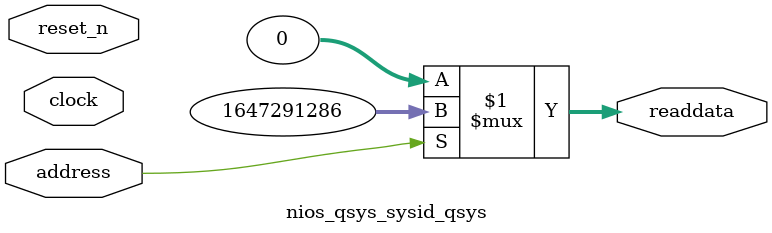
<source format=v>



// synthesis translate_off
`timescale 1ns / 1ps
// synthesis translate_on

// turn off superfluous verilog processor warnings 
// altera message_level Level1 
// altera message_off 10034 10035 10036 10037 10230 10240 10030 

module nios_qsys_sysid_qsys (
               // inputs:
                address,
                clock,
                reset_n,

               // outputs:
                readdata
             )
;

  output  [ 31: 0] readdata;
  input            address;
  input            clock;
  input            reset_n;

  wire    [ 31: 0] readdata;
  //control_slave, which is an e_avalon_slave
  assign readdata = address ? 1647291286 : 0;

endmodule



</source>
